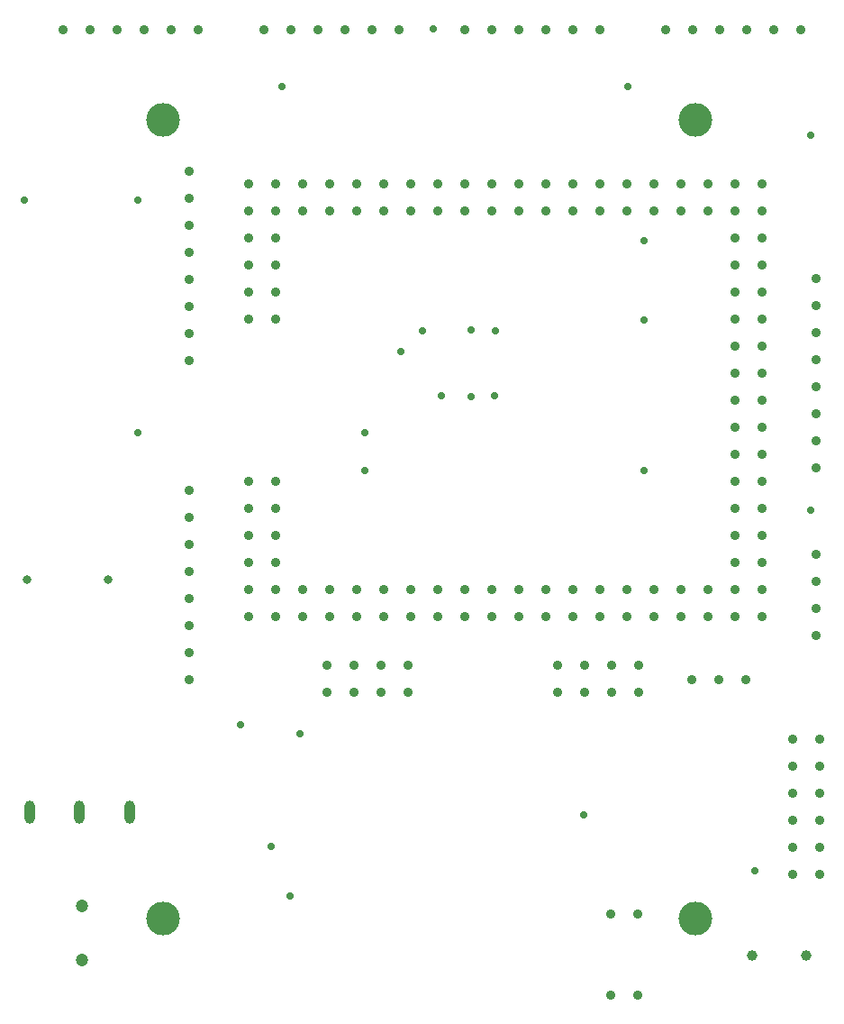
<source format=gbr>
%TF.GenerationSoftware,Altium Limited,Altium Designer,22.3.1 (43)*%
G04 Layer_Color=0*
%FSLAX26Y26*%
%MOIN*%
%TF.SameCoordinates,A6686B76-6886-4B69-866F-DC8958589E3E*%
%TF.FilePolarity,Positive*%
%TF.FileFunction,Plated,1,2,PTH,Drill*%
%TF.Part,Single*%
G01*
G75*
%TA.AperFunction,ComponentDrill*%
%ADD105C,0.035433*%
%ADD106C,0.031496*%
%ADD107C,0.035433*%
%ADD108C,0.125000*%
%ADD109O,0.039370X0.086614*%
%ADD110C,0.047244*%
%ADD111C,0.039370*%
%TA.AperFunction,ViaDrill,NotFilled*%
%ADD112C,0.028000*%
D105*
X3010000Y1440000D02*
D03*
Y1540000D02*
D03*
Y1640000D02*
D03*
Y1740000D02*
D03*
X690000Y1275000D02*
D03*
Y1375000D02*
D03*
Y1475000D02*
D03*
Y1575000D02*
D03*
Y1675000D02*
D03*
Y1775000D02*
D03*
Y1875000D02*
D03*
Y1975000D02*
D03*
X2710000Y1610000D02*
D03*
Y1510000D02*
D03*
X2810000Y1610000D02*
D03*
Y1510000D02*
D03*
X2710000Y1710000D02*
D03*
X2810000D02*
D03*
X2710000Y1810000D02*
D03*
X2810000D02*
D03*
X2710000Y1910000D02*
D03*
X2810000D02*
D03*
X2710000Y2010000D02*
D03*
X2810000D02*
D03*
X2710000Y2110000D02*
D03*
X2810000D02*
D03*
X2710000Y2210000D02*
D03*
X2810000D02*
D03*
X2710000Y2310000D02*
D03*
X2810000D02*
D03*
X2710000Y2410000D02*
D03*
X2810000D02*
D03*
X2710000Y2510000D02*
D03*
X2810000D02*
D03*
X2710000Y2610000D02*
D03*
X2810000D02*
D03*
X2710000Y2710000D02*
D03*
X2810000D02*
D03*
X2710000Y2810000D02*
D03*
X2810000D02*
D03*
X2710000Y2910000D02*
D03*
X2810000D02*
D03*
Y3110000D02*
D03*
X225000Y3680000D02*
D03*
X725000D02*
D03*
X625000D02*
D03*
X525000D02*
D03*
X425000D02*
D03*
X325000D02*
D03*
X968334D02*
D03*
X1468334D02*
D03*
X1368334D02*
D03*
X1268334D02*
D03*
X1168334D02*
D03*
X1068334D02*
D03*
X1711666D02*
D03*
X2211666D02*
D03*
X2111666D02*
D03*
X2011666D02*
D03*
X1911666D02*
D03*
X1811666D02*
D03*
X2455000D02*
D03*
X2955000D02*
D03*
X2855000D02*
D03*
X2755000D02*
D03*
X2655000D02*
D03*
X2555000D02*
D03*
X690000Y2455000D02*
D03*
Y2555000D02*
D03*
Y2655000D02*
D03*
Y2755000D02*
D03*
Y2855000D02*
D03*
Y2955000D02*
D03*
Y3055000D02*
D03*
Y3155000D02*
D03*
X3010000Y2060000D02*
D03*
Y2160000D02*
D03*
Y2260000D02*
D03*
Y2360000D02*
D03*
Y2460000D02*
D03*
Y2560000D02*
D03*
Y2660000D02*
D03*
Y2760000D02*
D03*
X2925000Y1055000D02*
D03*
X3025000D02*
D03*
X2925000Y955000D02*
D03*
X3025000D02*
D03*
X2925000Y855000D02*
D03*
X3025000D02*
D03*
X2925000Y755000D02*
D03*
X3025000D02*
D03*
X2925000Y655000D02*
D03*
X3025000D02*
D03*
X2925000Y555000D02*
D03*
X3025000D02*
D03*
X2350000Y410000D02*
D03*
X2250000D02*
D03*
X2350000Y110000D02*
D03*
X2250000D02*
D03*
D106*
X91615Y1644999D02*
D03*
X390827D02*
D03*
D107*
X2610000Y1510000D02*
D03*
Y1610000D02*
D03*
X2510000Y1510000D02*
D03*
Y1610000D02*
D03*
X2410000Y1510000D02*
D03*
Y1610000D02*
D03*
X2310000Y1510000D02*
D03*
Y1610000D02*
D03*
X2210000Y1510000D02*
D03*
Y1610000D02*
D03*
X2110000Y1510000D02*
D03*
Y1610000D02*
D03*
X2010000Y1510000D02*
D03*
Y1610000D02*
D03*
X1910000Y1510000D02*
D03*
Y1610000D02*
D03*
X1810000Y1510000D02*
D03*
Y1610000D02*
D03*
X1710000Y1510000D02*
D03*
Y1610000D02*
D03*
X2510000Y3010000D02*
D03*
Y3110000D02*
D03*
X2610000Y3010000D02*
D03*
Y3110000D02*
D03*
X2710000Y3010000D02*
D03*
X2810000D02*
D03*
X2710000Y3110000D02*
D03*
X1610000Y1510000D02*
D03*
Y1610000D02*
D03*
X1510000Y1510000D02*
D03*
Y1610000D02*
D03*
X1410000Y1510000D02*
D03*
Y1610000D02*
D03*
X1310000Y1510000D02*
D03*
Y1610000D02*
D03*
X1210000Y1510000D02*
D03*
Y1610000D02*
D03*
X1110000Y1510000D02*
D03*
Y1610000D02*
D03*
X1010000Y1510000D02*
D03*
Y1610000D02*
D03*
X910000Y1510000D02*
D03*
Y1610000D02*
D03*
Y1710000D02*
D03*
X1010000D02*
D03*
X910000Y1810000D02*
D03*
X1010000D02*
D03*
X910000Y1910000D02*
D03*
X1010000D02*
D03*
X910000Y2010000D02*
D03*
X1010000D02*
D03*
Y2610000D02*
D03*
X910000D02*
D03*
X1010000Y2710000D02*
D03*
X910000D02*
D03*
X1010000Y2810000D02*
D03*
X910000D02*
D03*
X1010000Y2910000D02*
D03*
X910000D02*
D03*
Y3010000D02*
D03*
Y3110000D02*
D03*
X1010000Y3010000D02*
D03*
Y3110000D02*
D03*
X1110000Y3010000D02*
D03*
Y3110000D02*
D03*
X1210000Y3010000D02*
D03*
Y3110000D02*
D03*
X1310000Y3010000D02*
D03*
Y3110000D02*
D03*
X1410000Y3010000D02*
D03*
Y3110000D02*
D03*
X1510000Y3010000D02*
D03*
Y3110000D02*
D03*
X1610000Y3010000D02*
D03*
Y3110000D02*
D03*
X1710000Y3010000D02*
D03*
Y3110000D02*
D03*
X1810000Y3010000D02*
D03*
Y3110000D02*
D03*
X1910000Y3010000D02*
D03*
Y3110000D02*
D03*
X2010000Y3010000D02*
D03*
Y3110000D02*
D03*
X2110000Y3010000D02*
D03*
Y3110000D02*
D03*
X2210000Y3010000D02*
D03*
Y3110000D02*
D03*
X2310000Y3010000D02*
D03*
Y3110000D02*
D03*
X2410000Y3010000D02*
D03*
Y3110000D02*
D03*
X2750000Y1275000D02*
D03*
X2650000D02*
D03*
X2550000D02*
D03*
X1200000Y1230000D02*
D03*
Y1330000D02*
D03*
X1300000Y1230000D02*
D03*
Y1330000D02*
D03*
X1400000Y1230000D02*
D03*
Y1330000D02*
D03*
X1500000D02*
D03*
Y1230000D02*
D03*
X2055000D02*
D03*
Y1330000D02*
D03*
X2155000Y1230000D02*
D03*
Y1330000D02*
D03*
X2255000Y1230000D02*
D03*
Y1330000D02*
D03*
X2355000D02*
D03*
Y1230000D02*
D03*
D108*
X2564704Y3346456D02*
D03*
X596200D02*
D03*
X2564704Y393700D02*
D03*
X596200D02*
D03*
D109*
X100000Y785000D02*
D03*
X285040D02*
D03*
X470080D02*
D03*
D110*
X295000Y440000D02*
D03*
Y240000D02*
D03*
D111*
X2775000Y255000D02*
D03*
X2975000D02*
D03*
D112*
X2990617Y1903235D02*
D03*
X2150000Y775000D02*
D03*
X2315000Y3470000D02*
D03*
X1595641Y3681618D02*
D03*
X1035000Y3470000D02*
D03*
X80000Y3050000D02*
D03*
X499993Y2187170D02*
D03*
X1100466Y1073919D02*
D03*
X2990617Y3290000D02*
D03*
X2375000Y2047854D02*
D03*
X1341596D02*
D03*
X2375000Y2900000D02*
D03*
X499993Y3050000D02*
D03*
X880000Y1110000D02*
D03*
X2375000Y2605558D02*
D03*
X1341596Y2187170D02*
D03*
X1065000Y475000D02*
D03*
X2785000Y570000D02*
D03*
X1475000Y2490000D02*
D03*
X1735000Y2570000D02*
D03*
X1555000Y2565000D02*
D03*
X1825000D02*
D03*
X1820000Y2325000D02*
D03*
X1736506Y2321046D02*
D03*
X1625000Y2325104D02*
D03*
X995000Y660000D02*
D03*
%TF.MD5,3311dc7772cf6ddb94d9a1cbd8c87b17*%
M02*

</source>
